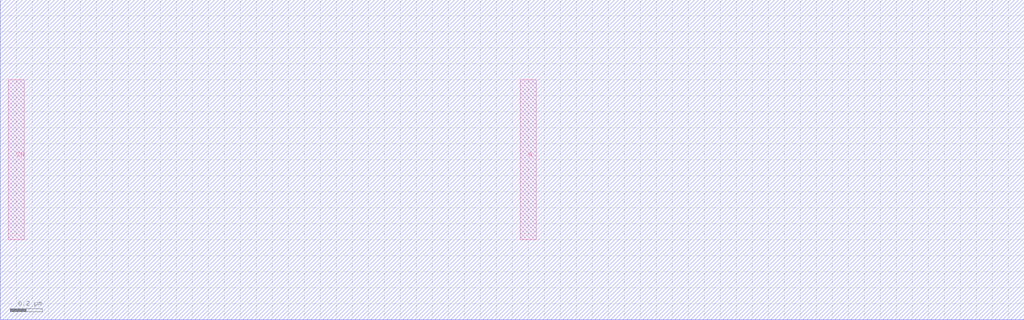
<source format=lef>
VERSION 5.5 ;
NAMESCASESENSITIVE ON ;
BUSBITCHARS "[]" ;
DIVIDERCHAR "/" ;

UNITS
  DATABASE MICRONS	1000 ;
END UNITS

MANUFACTURINGGRID	0.005 ;

SITE core
  SIZE 0.20 BY 2.00 ;
  CLASS CORE ;
END core

LAYER metal1
  TYPE			ROUTING ;
  DIRECTION		HORIZONTAL ;
  PITCH			0.200 ;
  OFFSET		0.000 ;
  WIDTH			0.100 ;
END metal1

LAYER metal2
  TYPE			ROUTING ;
  DIRECTION		VERTICAL ;
  PITCH			0.200 ;
  OFFSET		0.100 ;
  WIDTH			0.1 ;
END metal2

LAYER metal3
  TYPE			ROUTING ;
  DIRECTION		HORIZONTAL ;
  PITCH			0.200 ;
  OFFSET		0.000 ;
  WIDTH			0.1 ;
END metal3

MACRO DFF_X1
  CLASS CORE ;
  ORIGIN 0 0  ;
  SIZE 1.6 BY 2.0 ;

  SITE  core ;
  PIN Q DIRECTION OUTPUT ;
    PORT
			LAYER metal2 ;
      RECT 0.05 0.500 0.15 1.500 ;
    END
  END Q 
  PIN CK DIRECTION INPUT ;
    PORT
			LAYER metal1 ;
      RECT 0.45 0.500 0.55 1.500 ;
    END
  END CK
  PIN D DIRECTION INPUT ;
    PORT
			LAYER metal1 ;
      RECT 1.05 0.500 1.15 1.500 ;
    END
  END D
END DFF_X1 

MACRO INV_X1
  CLASS CORE ;
  ORIGIN 0 0  ;
  SIZE 0.8 BY 2.0 ;

  SITE  core ;
  PIN ZN DIRECTION OUTPUT ;
    PORT
			LAYER metal1 ;
      RECT 0.05 0.500 0.15 1.500 ;
    END
  END ZN
  PIN A DIRECTION INPUT ;
    PORT
			LAYER metal1 ;
      RECT 0.45 0.500 0.55 1.500 ;
    END
  END A
END INV_X1

MACRO INV_X8
  CLASS CORE ;
  ORIGIN 0 0  ;
  SIZE 6.4 BY 2.0 ;

  SITE  core ;
  PIN ZN DIRECTION OUTPUT ;
    PORT
      LAYER metal1 ;
      RECT 0.05 0.500 0.15 1.500 ;
    END
  END ZN
  PIN A DIRECTION INPUT ;
    PORT
      LAYER metal1 ;
      RECT 3.25 0.500 3.35 1.500 ;
    END
  END A
END INV_X8

MACRO NAND2_X1
  CLASS CORE ;
  ORIGIN 0 0  ;
  SIZE 1.2 BY 2.0 ;

  SITE  core ;
  PIN ZN DIRECTION OUTPUT ;
    PORT
			LAYER metal1 ;
      RECT 0.05 0.500 0.15 1.500 ;
    END
  END ZN 
  PIN A1 DIRECTION INPUT ;
    PORT
			LAYER metal1 ;
      RECT 0.45 0.500 0.55 1.500 ;
    END
  END A1
  PIN A2 DIRECTION INPUT ;
    PORT
			LAYER metal1 ;
      RECT 0.85 0.500 0.95 1.500 ;
    END
  END A2
END NAND2_X1

MACRO NOR2_X1
  CLASS CORE ;
  ORIGIN 0 0  ;
  SIZE 1.2 BY 2.0 ;

  SITE  core ;
  PIN ZN DIRECTION OUTPUT ;
    PORT
			LAYER metal1 ;
      RECT 0.05 0.500 0.15 1.500 ;
    END
  END ZN
  PIN A1 DIRECTION INPUT ;
    PORT
			LAYER metal1 ;
      RECT 0.45 0.500 0.55 1.500 ;
    END
  END A1
  PIN A2 DIRECTION INPUT ;
    PORT
			LAYER metal1 ;
      RECT 0.85 0.500 0.95 1.500 ;
    END
  END A2
END NOR2_X1

END LIBRARY

</source>
